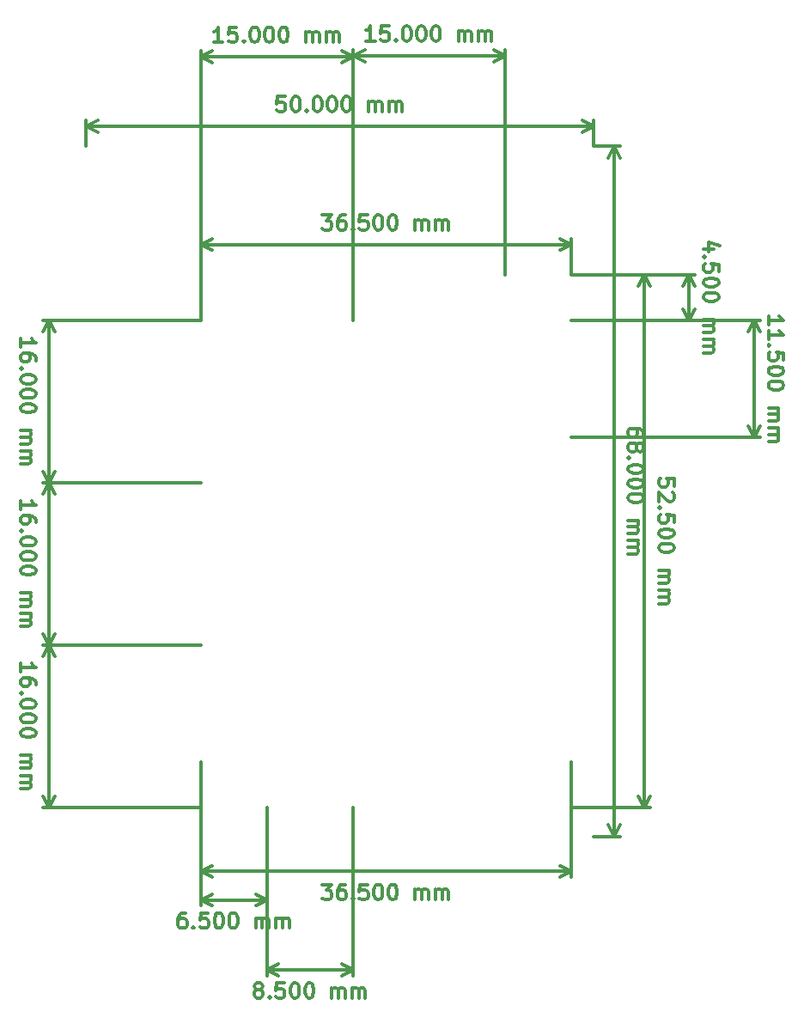
<source format=gbr>
G04 #@! TF.GenerationSoftware,KiCad,Pcbnew,5.0.2+dfsg1-1*
G04 #@! TF.CreationDate,2021-10-12T12:34:50+05:30*
G04 #@! TF.ProjectId,KEYBORD_PCB_V1,4b455942-4f52-4445-9f50-43425f56312e,rev?*
G04 #@! TF.SameCoordinates,Original*
G04 #@! TF.FileFunction,Other,ECO1*
%FSLAX46Y46*%
G04 Gerber Fmt 4.6, Leading zero omitted, Abs format (unit mm)*
G04 Created by KiCad (PCBNEW 5.0.2+dfsg1-1) date Tue 12 Oct 2021 12:34:50 PM IST*
%MOMM*%
%LPD*%
G01*
G04 APERTURE LIST*
%ADD10C,0.300000*%
G04 APERTURE END LIST*
D10*
X94142857Y-25978571D02*
X93285714Y-25978571D01*
X93714285Y-25978571D02*
X93714285Y-24478571D01*
X93571428Y-24692857D01*
X93428571Y-24835714D01*
X93285714Y-24907142D01*
X95500000Y-24478571D02*
X94785714Y-24478571D01*
X94714285Y-25192857D01*
X94785714Y-25121428D01*
X94928571Y-25050000D01*
X95285714Y-25050000D01*
X95428571Y-25121428D01*
X95500000Y-25192857D01*
X95571428Y-25335714D01*
X95571428Y-25692857D01*
X95500000Y-25835714D01*
X95428571Y-25907142D01*
X95285714Y-25978571D01*
X94928571Y-25978571D01*
X94785714Y-25907142D01*
X94714285Y-25835714D01*
X96214285Y-25835714D02*
X96285714Y-25907142D01*
X96214285Y-25978571D01*
X96142857Y-25907142D01*
X96214285Y-25835714D01*
X96214285Y-25978571D01*
X97214285Y-24478571D02*
X97357142Y-24478571D01*
X97500000Y-24550000D01*
X97571428Y-24621428D01*
X97642857Y-24764285D01*
X97714285Y-25050000D01*
X97714285Y-25407142D01*
X97642857Y-25692857D01*
X97571428Y-25835714D01*
X97500000Y-25907142D01*
X97357142Y-25978571D01*
X97214285Y-25978571D01*
X97071428Y-25907142D01*
X97000000Y-25835714D01*
X96928571Y-25692857D01*
X96857142Y-25407142D01*
X96857142Y-25050000D01*
X96928571Y-24764285D01*
X97000000Y-24621428D01*
X97071428Y-24550000D01*
X97214285Y-24478571D01*
X98642857Y-24478571D02*
X98785714Y-24478571D01*
X98928571Y-24550000D01*
X99000000Y-24621428D01*
X99071428Y-24764285D01*
X99142857Y-25050000D01*
X99142857Y-25407142D01*
X99071428Y-25692857D01*
X99000000Y-25835714D01*
X98928571Y-25907142D01*
X98785714Y-25978571D01*
X98642857Y-25978571D01*
X98500000Y-25907142D01*
X98428571Y-25835714D01*
X98357142Y-25692857D01*
X98285714Y-25407142D01*
X98285714Y-25050000D01*
X98357142Y-24764285D01*
X98428571Y-24621428D01*
X98500000Y-24550000D01*
X98642857Y-24478571D01*
X100071428Y-24478571D02*
X100214285Y-24478571D01*
X100357142Y-24550000D01*
X100428571Y-24621428D01*
X100500000Y-24764285D01*
X100571428Y-25050000D01*
X100571428Y-25407142D01*
X100500000Y-25692857D01*
X100428571Y-25835714D01*
X100357142Y-25907142D01*
X100214285Y-25978571D01*
X100071428Y-25978571D01*
X99928571Y-25907142D01*
X99857142Y-25835714D01*
X99785714Y-25692857D01*
X99714285Y-25407142D01*
X99714285Y-25050000D01*
X99785714Y-24764285D01*
X99857142Y-24621428D01*
X99928571Y-24550000D01*
X100071428Y-24478571D01*
X102357142Y-25978571D02*
X102357142Y-24978571D01*
X102357142Y-25121428D02*
X102428571Y-25050000D01*
X102571428Y-24978571D01*
X102785714Y-24978571D01*
X102928571Y-25050000D01*
X103000000Y-25192857D01*
X103000000Y-25978571D01*
X103000000Y-25192857D02*
X103071428Y-25050000D01*
X103214285Y-24978571D01*
X103428571Y-24978571D01*
X103571428Y-25050000D01*
X103642857Y-25192857D01*
X103642857Y-25978571D01*
X104357142Y-25978571D02*
X104357142Y-24978571D01*
X104357142Y-25121428D02*
X104428571Y-25050000D01*
X104571428Y-24978571D01*
X104785714Y-24978571D01*
X104928571Y-25050000D01*
X105000000Y-25192857D01*
X105000000Y-25978571D01*
X105000000Y-25192857D02*
X105071428Y-25050000D01*
X105214285Y-24978571D01*
X105428571Y-24978571D01*
X105571428Y-25050000D01*
X105642857Y-25192857D01*
X105642857Y-25978571D01*
X92000000Y-27400000D02*
X107000000Y-27400000D01*
X92000000Y-49000000D02*
X92000000Y-26813579D01*
X107000000Y-49000000D02*
X107000000Y-26813579D01*
X107000000Y-27400000D02*
X105873496Y-27986421D01*
X107000000Y-27400000D02*
X105873496Y-26813579D01*
X92000000Y-27400000D02*
X93126504Y-27986421D01*
X92000000Y-27400000D02*
X93126504Y-26813579D01*
X59221428Y-88142857D02*
X59221428Y-87285714D01*
X59221428Y-87714285D02*
X60721428Y-87714285D01*
X60507142Y-87571428D01*
X60364285Y-87428571D01*
X60292857Y-87285714D01*
X60721428Y-89428571D02*
X60721428Y-89142857D01*
X60650000Y-89000000D01*
X60578571Y-88928571D01*
X60364285Y-88785714D01*
X60078571Y-88714285D01*
X59507142Y-88714285D01*
X59364285Y-88785714D01*
X59292857Y-88857142D01*
X59221428Y-89000000D01*
X59221428Y-89285714D01*
X59292857Y-89428571D01*
X59364285Y-89500000D01*
X59507142Y-89571428D01*
X59864285Y-89571428D01*
X60007142Y-89500000D01*
X60078571Y-89428571D01*
X60150000Y-89285714D01*
X60150000Y-89000000D01*
X60078571Y-88857142D01*
X60007142Y-88785714D01*
X59864285Y-88714285D01*
X59364285Y-90214285D02*
X59292857Y-90285714D01*
X59221428Y-90214285D01*
X59292857Y-90142857D01*
X59364285Y-90214285D01*
X59221428Y-90214285D01*
X60721428Y-91214285D02*
X60721428Y-91357142D01*
X60650000Y-91500000D01*
X60578571Y-91571428D01*
X60435714Y-91642857D01*
X60150000Y-91714285D01*
X59792857Y-91714285D01*
X59507142Y-91642857D01*
X59364285Y-91571428D01*
X59292857Y-91500000D01*
X59221428Y-91357142D01*
X59221428Y-91214285D01*
X59292857Y-91071428D01*
X59364285Y-91000000D01*
X59507142Y-90928571D01*
X59792857Y-90857142D01*
X60150000Y-90857142D01*
X60435714Y-90928571D01*
X60578571Y-91000000D01*
X60650000Y-91071428D01*
X60721428Y-91214285D01*
X60721428Y-92642857D02*
X60721428Y-92785714D01*
X60650000Y-92928571D01*
X60578571Y-93000000D01*
X60435714Y-93071428D01*
X60150000Y-93142857D01*
X59792857Y-93142857D01*
X59507142Y-93071428D01*
X59364285Y-93000000D01*
X59292857Y-92928571D01*
X59221428Y-92785714D01*
X59221428Y-92642857D01*
X59292857Y-92500000D01*
X59364285Y-92428571D01*
X59507142Y-92357142D01*
X59792857Y-92285714D01*
X60150000Y-92285714D01*
X60435714Y-92357142D01*
X60578571Y-92428571D01*
X60650000Y-92500000D01*
X60721428Y-92642857D01*
X60721428Y-94071428D02*
X60721428Y-94214285D01*
X60650000Y-94357142D01*
X60578571Y-94428571D01*
X60435714Y-94500000D01*
X60150000Y-94571428D01*
X59792857Y-94571428D01*
X59507142Y-94500000D01*
X59364285Y-94428571D01*
X59292857Y-94357142D01*
X59221428Y-94214285D01*
X59221428Y-94071428D01*
X59292857Y-93928571D01*
X59364285Y-93857142D01*
X59507142Y-93785714D01*
X59792857Y-93714285D01*
X60150000Y-93714285D01*
X60435714Y-93785714D01*
X60578571Y-93857142D01*
X60650000Y-93928571D01*
X60721428Y-94071428D01*
X59221428Y-96357142D02*
X60221428Y-96357142D01*
X60078571Y-96357142D02*
X60150000Y-96428571D01*
X60221428Y-96571428D01*
X60221428Y-96785714D01*
X60150000Y-96928571D01*
X60007142Y-97000000D01*
X59221428Y-97000000D01*
X60007142Y-97000000D02*
X60150000Y-97071428D01*
X60221428Y-97214285D01*
X60221428Y-97428571D01*
X60150000Y-97571428D01*
X60007142Y-97642857D01*
X59221428Y-97642857D01*
X59221428Y-98357142D02*
X60221428Y-98357142D01*
X60078571Y-98357142D02*
X60150000Y-98428571D01*
X60221428Y-98571428D01*
X60221428Y-98785714D01*
X60150000Y-98928571D01*
X60007142Y-99000000D01*
X59221428Y-99000000D01*
X60007142Y-99000000D02*
X60150000Y-99071428D01*
X60221428Y-99214285D01*
X60221428Y-99428571D01*
X60150000Y-99571428D01*
X60007142Y-99642857D01*
X59221428Y-99642857D01*
X62000000Y-85500000D02*
X62000000Y-101500000D01*
X77000000Y-85500000D02*
X61413579Y-85500000D01*
X77000000Y-101500000D02*
X61413579Y-101500000D01*
X62000000Y-101500000D02*
X61413579Y-100373496D01*
X62000000Y-101500000D02*
X62586421Y-100373496D01*
X62000000Y-85500000D02*
X61413579Y-86626504D01*
X62000000Y-85500000D02*
X62586421Y-86626504D01*
X59221428Y-72142857D02*
X59221428Y-71285714D01*
X59221428Y-71714285D02*
X60721428Y-71714285D01*
X60507142Y-71571428D01*
X60364285Y-71428571D01*
X60292857Y-71285714D01*
X60721428Y-73428571D02*
X60721428Y-73142857D01*
X60650000Y-73000000D01*
X60578571Y-72928571D01*
X60364285Y-72785714D01*
X60078571Y-72714285D01*
X59507142Y-72714285D01*
X59364285Y-72785714D01*
X59292857Y-72857142D01*
X59221428Y-73000000D01*
X59221428Y-73285714D01*
X59292857Y-73428571D01*
X59364285Y-73500000D01*
X59507142Y-73571428D01*
X59864285Y-73571428D01*
X60007142Y-73500000D01*
X60078571Y-73428571D01*
X60150000Y-73285714D01*
X60150000Y-73000000D01*
X60078571Y-72857142D01*
X60007142Y-72785714D01*
X59864285Y-72714285D01*
X59364285Y-74214285D02*
X59292857Y-74285714D01*
X59221428Y-74214285D01*
X59292857Y-74142857D01*
X59364285Y-74214285D01*
X59221428Y-74214285D01*
X60721428Y-75214285D02*
X60721428Y-75357142D01*
X60650000Y-75500000D01*
X60578571Y-75571428D01*
X60435714Y-75642857D01*
X60150000Y-75714285D01*
X59792857Y-75714285D01*
X59507142Y-75642857D01*
X59364285Y-75571428D01*
X59292857Y-75500000D01*
X59221428Y-75357142D01*
X59221428Y-75214285D01*
X59292857Y-75071428D01*
X59364285Y-75000000D01*
X59507142Y-74928571D01*
X59792857Y-74857142D01*
X60150000Y-74857142D01*
X60435714Y-74928571D01*
X60578571Y-75000000D01*
X60650000Y-75071428D01*
X60721428Y-75214285D01*
X60721428Y-76642857D02*
X60721428Y-76785714D01*
X60650000Y-76928571D01*
X60578571Y-77000000D01*
X60435714Y-77071428D01*
X60150000Y-77142857D01*
X59792857Y-77142857D01*
X59507142Y-77071428D01*
X59364285Y-77000000D01*
X59292857Y-76928571D01*
X59221428Y-76785714D01*
X59221428Y-76642857D01*
X59292857Y-76500000D01*
X59364285Y-76428571D01*
X59507142Y-76357142D01*
X59792857Y-76285714D01*
X60150000Y-76285714D01*
X60435714Y-76357142D01*
X60578571Y-76428571D01*
X60650000Y-76500000D01*
X60721428Y-76642857D01*
X60721428Y-78071428D02*
X60721428Y-78214285D01*
X60650000Y-78357142D01*
X60578571Y-78428571D01*
X60435714Y-78500000D01*
X60150000Y-78571428D01*
X59792857Y-78571428D01*
X59507142Y-78500000D01*
X59364285Y-78428571D01*
X59292857Y-78357142D01*
X59221428Y-78214285D01*
X59221428Y-78071428D01*
X59292857Y-77928571D01*
X59364285Y-77857142D01*
X59507142Y-77785714D01*
X59792857Y-77714285D01*
X60150000Y-77714285D01*
X60435714Y-77785714D01*
X60578571Y-77857142D01*
X60650000Y-77928571D01*
X60721428Y-78071428D01*
X59221428Y-80357142D02*
X60221428Y-80357142D01*
X60078571Y-80357142D02*
X60150000Y-80428571D01*
X60221428Y-80571428D01*
X60221428Y-80785714D01*
X60150000Y-80928571D01*
X60007142Y-81000000D01*
X59221428Y-81000000D01*
X60007142Y-81000000D02*
X60150000Y-81071428D01*
X60221428Y-81214285D01*
X60221428Y-81428571D01*
X60150000Y-81571428D01*
X60007142Y-81642857D01*
X59221428Y-81642857D01*
X59221428Y-82357142D02*
X60221428Y-82357142D01*
X60078571Y-82357142D02*
X60150000Y-82428571D01*
X60221428Y-82571428D01*
X60221428Y-82785714D01*
X60150000Y-82928571D01*
X60007142Y-83000000D01*
X59221428Y-83000000D01*
X60007142Y-83000000D02*
X60150000Y-83071428D01*
X60221428Y-83214285D01*
X60221428Y-83428571D01*
X60150000Y-83571428D01*
X60007142Y-83642857D01*
X59221428Y-83642857D01*
X62000000Y-69500000D02*
X62000000Y-85500000D01*
X77000000Y-69500000D02*
X61413579Y-69500000D01*
X77000000Y-85500000D02*
X61413579Y-85500000D01*
X62000000Y-85500000D02*
X61413579Y-84373496D01*
X62000000Y-85500000D02*
X62586421Y-84373496D01*
X62000000Y-69500000D02*
X61413579Y-70626504D01*
X62000000Y-69500000D02*
X62586421Y-70626504D01*
X59221428Y-56142857D02*
X59221428Y-55285714D01*
X59221428Y-55714285D02*
X60721428Y-55714285D01*
X60507142Y-55571428D01*
X60364285Y-55428571D01*
X60292857Y-55285714D01*
X60721428Y-57428571D02*
X60721428Y-57142857D01*
X60650000Y-57000000D01*
X60578571Y-56928571D01*
X60364285Y-56785714D01*
X60078571Y-56714285D01*
X59507142Y-56714285D01*
X59364285Y-56785714D01*
X59292857Y-56857142D01*
X59221428Y-57000000D01*
X59221428Y-57285714D01*
X59292857Y-57428571D01*
X59364285Y-57500000D01*
X59507142Y-57571428D01*
X59864285Y-57571428D01*
X60007142Y-57500000D01*
X60078571Y-57428571D01*
X60150000Y-57285714D01*
X60150000Y-57000000D01*
X60078571Y-56857142D01*
X60007142Y-56785714D01*
X59864285Y-56714285D01*
X59364285Y-58214285D02*
X59292857Y-58285714D01*
X59221428Y-58214285D01*
X59292857Y-58142857D01*
X59364285Y-58214285D01*
X59221428Y-58214285D01*
X60721428Y-59214285D02*
X60721428Y-59357142D01*
X60650000Y-59500000D01*
X60578571Y-59571428D01*
X60435714Y-59642857D01*
X60150000Y-59714285D01*
X59792857Y-59714285D01*
X59507142Y-59642857D01*
X59364285Y-59571428D01*
X59292857Y-59500000D01*
X59221428Y-59357142D01*
X59221428Y-59214285D01*
X59292857Y-59071428D01*
X59364285Y-59000000D01*
X59507142Y-58928571D01*
X59792857Y-58857142D01*
X60150000Y-58857142D01*
X60435714Y-58928571D01*
X60578571Y-59000000D01*
X60650000Y-59071428D01*
X60721428Y-59214285D01*
X60721428Y-60642857D02*
X60721428Y-60785714D01*
X60650000Y-60928571D01*
X60578571Y-61000000D01*
X60435714Y-61071428D01*
X60150000Y-61142857D01*
X59792857Y-61142857D01*
X59507142Y-61071428D01*
X59364285Y-61000000D01*
X59292857Y-60928571D01*
X59221428Y-60785714D01*
X59221428Y-60642857D01*
X59292857Y-60500000D01*
X59364285Y-60428571D01*
X59507142Y-60357142D01*
X59792857Y-60285714D01*
X60150000Y-60285714D01*
X60435714Y-60357142D01*
X60578571Y-60428571D01*
X60650000Y-60500000D01*
X60721428Y-60642857D01*
X60721428Y-62071428D02*
X60721428Y-62214285D01*
X60650000Y-62357142D01*
X60578571Y-62428571D01*
X60435714Y-62500000D01*
X60150000Y-62571428D01*
X59792857Y-62571428D01*
X59507142Y-62500000D01*
X59364285Y-62428571D01*
X59292857Y-62357142D01*
X59221428Y-62214285D01*
X59221428Y-62071428D01*
X59292857Y-61928571D01*
X59364285Y-61857142D01*
X59507142Y-61785714D01*
X59792857Y-61714285D01*
X60150000Y-61714285D01*
X60435714Y-61785714D01*
X60578571Y-61857142D01*
X60650000Y-61928571D01*
X60721428Y-62071428D01*
X59221428Y-64357142D02*
X60221428Y-64357142D01*
X60078571Y-64357142D02*
X60150000Y-64428571D01*
X60221428Y-64571428D01*
X60221428Y-64785714D01*
X60150000Y-64928571D01*
X60007142Y-65000000D01*
X59221428Y-65000000D01*
X60007142Y-65000000D02*
X60150000Y-65071428D01*
X60221428Y-65214285D01*
X60221428Y-65428571D01*
X60150000Y-65571428D01*
X60007142Y-65642857D01*
X59221428Y-65642857D01*
X59221428Y-66357142D02*
X60221428Y-66357142D01*
X60078571Y-66357142D02*
X60150000Y-66428571D01*
X60221428Y-66571428D01*
X60221428Y-66785714D01*
X60150000Y-66928571D01*
X60007142Y-67000000D01*
X59221428Y-67000000D01*
X60007142Y-67000000D02*
X60150000Y-67071428D01*
X60221428Y-67214285D01*
X60221428Y-67428571D01*
X60150000Y-67571428D01*
X60007142Y-67642857D01*
X59221428Y-67642857D01*
X62000000Y-53500000D02*
X62000000Y-69500000D01*
X77000000Y-53500000D02*
X61413579Y-53500000D01*
X77000000Y-69500000D02*
X61413579Y-69500000D01*
X62000000Y-69500000D02*
X61413579Y-68373496D01*
X62000000Y-69500000D02*
X62586421Y-68373496D01*
X62000000Y-53500000D02*
X61413579Y-54626504D01*
X62000000Y-53500000D02*
X62586421Y-54626504D01*
X79142857Y-26078571D02*
X78285714Y-26078571D01*
X78714285Y-26078571D02*
X78714285Y-24578571D01*
X78571428Y-24792857D01*
X78428571Y-24935714D01*
X78285714Y-25007142D01*
X80500000Y-24578571D02*
X79785714Y-24578571D01*
X79714285Y-25292857D01*
X79785714Y-25221428D01*
X79928571Y-25150000D01*
X80285714Y-25150000D01*
X80428571Y-25221428D01*
X80500000Y-25292857D01*
X80571428Y-25435714D01*
X80571428Y-25792857D01*
X80500000Y-25935714D01*
X80428571Y-26007142D01*
X80285714Y-26078571D01*
X79928571Y-26078571D01*
X79785714Y-26007142D01*
X79714285Y-25935714D01*
X81214285Y-25935714D02*
X81285714Y-26007142D01*
X81214285Y-26078571D01*
X81142857Y-26007142D01*
X81214285Y-25935714D01*
X81214285Y-26078571D01*
X82214285Y-24578571D02*
X82357142Y-24578571D01*
X82500000Y-24650000D01*
X82571428Y-24721428D01*
X82642857Y-24864285D01*
X82714285Y-25150000D01*
X82714285Y-25507142D01*
X82642857Y-25792857D01*
X82571428Y-25935714D01*
X82500000Y-26007142D01*
X82357142Y-26078571D01*
X82214285Y-26078571D01*
X82071428Y-26007142D01*
X82000000Y-25935714D01*
X81928571Y-25792857D01*
X81857142Y-25507142D01*
X81857142Y-25150000D01*
X81928571Y-24864285D01*
X82000000Y-24721428D01*
X82071428Y-24650000D01*
X82214285Y-24578571D01*
X83642857Y-24578571D02*
X83785714Y-24578571D01*
X83928571Y-24650000D01*
X84000000Y-24721428D01*
X84071428Y-24864285D01*
X84142857Y-25150000D01*
X84142857Y-25507142D01*
X84071428Y-25792857D01*
X84000000Y-25935714D01*
X83928571Y-26007142D01*
X83785714Y-26078571D01*
X83642857Y-26078571D01*
X83500000Y-26007142D01*
X83428571Y-25935714D01*
X83357142Y-25792857D01*
X83285714Y-25507142D01*
X83285714Y-25150000D01*
X83357142Y-24864285D01*
X83428571Y-24721428D01*
X83500000Y-24650000D01*
X83642857Y-24578571D01*
X85071428Y-24578571D02*
X85214285Y-24578571D01*
X85357142Y-24650000D01*
X85428571Y-24721428D01*
X85500000Y-24864285D01*
X85571428Y-25150000D01*
X85571428Y-25507142D01*
X85500000Y-25792857D01*
X85428571Y-25935714D01*
X85357142Y-26007142D01*
X85214285Y-26078571D01*
X85071428Y-26078571D01*
X84928571Y-26007142D01*
X84857142Y-25935714D01*
X84785714Y-25792857D01*
X84714285Y-25507142D01*
X84714285Y-25150000D01*
X84785714Y-24864285D01*
X84857142Y-24721428D01*
X84928571Y-24650000D01*
X85071428Y-24578571D01*
X87357142Y-26078571D02*
X87357142Y-25078571D01*
X87357142Y-25221428D02*
X87428571Y-25150000D01*
X87571428Y-25078571D01*
X87785714Y-25078571D01*
X87928571Y-25150000D01*
X88000000Y-25292857D01*
X88000000Y-26078571D01*
X88000000Y-25292857D02*
X88071428Y-25150000D01*
X88214285Y-25078571D01*
X88428571Y-25078571D01*
X88571428Y-25150000D01*
X88642857Y-25292857D01*
X88642857Y-26078571D01*
X89357142Y-26078571D02*
X89357142Y-25078571D01*
X89357142Y-25221428D02*
X89428571Y-25150000D01*
X89571428Y-25078571D01*
X89785714Y-25078571D01*
X89928571Y-25150000D01*
X90000000Y-25292857D01*
X90000000Y-26078571D01*
X90000000Y-25292857D02*
X90071428Y-25150000D01*
X90214285Y-25078571D01*
X90428571Y-25078571D01*
X90571428Y-25150000D01*
X90642857Y-25292857D01*
X90642857Y-26078571D01*
X77000000Y-27500000D02*
X92000000Y-27500000D01*
X77000000Y-53500000D02*
X77000000Y-26913579D01*
X92000000Y-53500000D02*
X92000000Y-26913579D01*
X92000000Y-27500000D02*
X90873496Y-28086421D01*
X92000000Y-27500000D02*
X90873496Y-26913579D01*
X77000000Y-27500000D02*
X78126504Y-28086421D01*
X77000000Y-27500000D02*
X78126504Y-26913579D01*
X132921428Y-53892857D02*
X132921428Y-53035714D01*
X132921428Y-53464285D02*
X134421428Y-53464285D01*
X134207142Y-53321428D01*
X134064285Y-53178571D01*
X133992857Y-53035714D01*
X132921428Y-55321428D02*
X132921428Y-54464285D01*
X132921428Y-54892857D02*
X134421428Y-54892857D01*
X134207142Y-54750000D01*
X134064285Y-54607142D01*
X133992857Y-54464285D01*
X133064285Y-55964285D02*
X132992857Y-56035714D01*
X132921428Y-55964285D01*
X132992857Y-55892857D01*
X133064285Y-55964285D01*
X132921428Y-55964285D01*
X134421428Y-57392857D02*
X134421428Y-56678571D01*
X133707142Y-56607142D01*
X133778571Y-56678571D01*
X133850000Y-56821428D01*
X133850000Y-57178571D01*
X133778571Y-57321428D01*
X133707142Y-57392857D01*
X133564285Y-57464285D01*
X133207142Y-57464285D01*
X133064285Y-57392857D01*
X132992857Y-57321428D01*
X132921428Y-57178571D01*
X132921428Y-56821428D01*
X132992857Y-56678571D01*
X133064285Y-56607142D01*
X134421428Y-58392857D02*
X134421428Y-58535714D01*
X134350000Y-58678571D01*
X134278571Y-58750000D01*
X134135714Y-58821428D01*
X133850000Y-58892857D01*
X133492857Y-58892857D01*
X133207142Y-58821428D01*
X133064285Y-58750000D01*
X132992857Y-58678571D01*
X132921428Y-58535714D01*
X132921428Y-58392857D01*
X132992857Y-58250000D01*
X133064285Y-58178571D01*
X133207142Y-58107142D01*
X133492857Y-58035714D01*
X133850000Y-58035714D01*
X134135714Y-58107142D01*
X134278571Y-58178571D01*
X134350000Y-58250000D01*
X134421428Y-58392857D01*
X134421428Y-59821428D02*
X134421428Y-59964285D01*
X134350000Y-60107142D01*
X134278571Y-60178571D01*
X134135714Y-60250000D01*
X133850000Y-60321428D01*
X133492857Y-60321428D01*
X133207142Y-60250000D01*
X133064285Y-60178571D01*
X132992857Y-60107142D01*
X132921428Y-59964285D01*
X132921428Y-59821428D01*
X132992857Y-59678571D01*
X133064285Y-59607142D01*
X133207142Y-59535714D01*
X133492857Y-59464285D01*
X133850000Y-59464285D01*
X134135714Y-59535714D01*
X134278571Y-59607142D01*
X134350000Y-59678571D01*
X134421428Y-59821428D01*
X132921428Y-62107142D02*
X133921428Y-62107142D01*
X133778571Y-62107142D02*
X133850000Y-62178571D01*
X133921428Y-62321428D01*
X133921428Y-62535714D01*
X133850000Y-62678571D01*
X133707142Y-62750000D01*
X132921428Y-62750000D01*
X133707142Y-62750000D02*
X133850000Y-62821428D01*
X133921428Y-62964285D01*
X133921428Y-63178571D01*
X133850000Y-63321428D01*
X133707142Y-63392857D01*
X132921428Y-63392857D01*
X132921428Y-64107142D02*
X133921428Y-64107142D01*
X133778571Y-64107142D02*
X133850000Y-64178571D01*
X133921428Y-64321428D01*
X133921428Y-64535714D01*
X133850000Y-64678571D01*
X133707142Y-64750000D01*
X132921428Y-64750000D01*
X133707142Y-64750000D02*
X133850000Y-64821428D01*
X133921428Y-64964285D01*
X133921428Y-65178571D01*
X133850000Y-65321428D01*
X133707142Y-65392857D01*
X132921428Y-65392857D01*
X131500000Y-53500000D02*
X131500000Y-65000000D01*
X113500000Y-53500000D02*
X132086421Y-53500000D01*
X113500000Y-65000000D02*
X132086421Y-65000000D01*
X131500000Y-65000000D02*
X130913579Y-63873496D01*
X131500000Y-65000000D02*
X132086421Y-63873496D01*
X131500000Y-53500000D02*
X130913579Y-54626504D01*
X131500000Y-53500000D02*
X132086421Y-54626504D01*
X127521428Y-46464285D02*
X126521428Y-46464285D01*
X128092857Y-46107142D02*
X127021428Y-45750000D01*
X127021428Y-46678571D01*
X126664285Y-47250000D02*
X126592857Y-47321428D01*
X126521428Y-47250000D01*
X126592857Y-47178571D01*
X126664285Y-47250000D01*
X126521428Y-47250000D01*
X128021428Y-48678571D02*
X128021428Y-47964285D01*
X127307142Y-47892857D01*
X127378571Y-47964285D01*
X127450000Y-48107142D01*
X127450000Y-48464285D01*
X127378571Y-48607142D01*
X127307142Y-48678571D01*
X127164285Y-48750000D01*
X126807142Y-48750000D01*
X126664285Y-48678571D01*
X126592857Y-48607142D01*
X126521428Y-48464285D01*
X126521428Y-48107142D01*
X126592857Y-47964285D01*
X126664285Y-47892857D01*
X128021428Y-49678571D02*
X128021428Y-49821428D01*
X127950000Y-49964285D01*
X127878571Y-50035714D01*
X127735714Y-50107142D01*
X127450000Y-50178571D01*
X127092857Y-50178571D01*
X126807142Y-50107142D01*
X126664285Y-50035714D01*
X126592857Y-49964285D01*
X126521428Y-49821428D01*
X126521428Y-49678571D01*
X126592857Y-49535714D01*
X126664285Y-49464285D01*
X126807142Y-49392857D01*
X127092857Y-49321428D01*
X127450000Y-49321428D01*
X127735714Y-49392857D01*
X127878571Y-49464285D01*
X127950000Y-49535714D01*
X128021428Y-49678571D01*
X128021428Y-51107142D02*
X128021428Y-51250000D01*
X127950000Y-51392857D01*
X127878571Y-51464285D01*
X127735714Y-51535714D01*
X127450000Y-51607142D01*
X127092857Y-51607142D01*
X126807142Y-51535714D01*
X126664285Y-51464285D01*
X126592857Y-51392857D01*
X126521428Y-51250000D01*
X126521428Y-51107142D01*
X126592857Y-50964285D01*
X126664285Y-50892857D01*
X126807142Y-50821428D01*
X127092857Y-50750000D01*
X127450000Y-50750000D01*
X127735714Y-50821428D01*
X127878571Y-50892857D01*
X127950000Y-50964285D01*
X128021428Y-51107142D01*
X126521428Y-53392857D02*
X127521428Y-53392857D01*
X127378571Y-53392857D02*
X127450000Y-53464285D01*
X127521428Y-53607142D01*
X127521428Y-53821428D01*
X127450000Y-53964285D01*
X127307142Y-54035714D01*
X126521428Y-54035714D01*
X127307142Y-54035714D02*
X127450000Y-54107142D01*
X127521428Y-54250000D01*
X127521428Y-54464285D01*
X127450000Y-54607142D01*
X127307142Y-54678571D01*
X126521428Y-54678571D01*
X126521428Y-55392857D02*
X127521428Y-55392857D01*
X127378571Y-55392857D02*
X127450000Y-55464285D01*
X127521428Y-55607142D01*
X127521428Y-55821428D01*
X127450000Y-55964285D01*
X127307142Y-56035714D01*
X126521428Y-56035714D01*
X127307142Y-56035714D02*
X127450000Y-56107142D01*
X127521428Y-56250000D01*
X127521428Y-56464285D01*
X127450000Y-56607142D01*
X127307142Y-56678571D01*
X126521428Y-56678571D01*
X125100000Y-49000000D02*
X125100000Y-53500000D01*
X113500000Y-49000000D02*
X125686421Y-49000000D01*
X113500000Y-53500000D02*
X125686421Y-53500000D01*
X125100000Y-53500000D02*
X124513579Y-52373496D01*
X125100000Y-53500000D02*
X125686421Y-52373496D01*
X125100000Y-49000000D02*
X124513579Y-50126504D01*
X125100000Y-49000000D02*
X125686421Y-50126504D01*
X123621428Y-69821428D02*
X123621428Y-69107142D01*
X122907142Y-69035714D01*
X122978571Y-69107142D01*
X123050000Y-69250000D01*
X123050000Y-69607142D01*
X122978571Y-69750000D01*
X122907142Y-69821428D01*
X122764285Y-69892857D01*
X122407142Y-69892857D01*
X122264285Y-69821428D01*
X122192857Y-69750000D01*
X122121428Y-69607142D01*
X122121428Y-69250000D01*
X122192857Y-69107142D01*
X122264285Y-69035714D01*
X123478571Y-70464285D02*
X123550000Y-70535714D01*
X123621428Y-70678571D01*
X123621428Y-71035714D01*
X123550000Y-71178571D01*
X123478571Y-71250000D01*
X123335714Y-71321428D01*
X123192857Y-71321428D01*
X122978571Y-71250000D01*
X122121428Y-70392857D01*
X122121428Y-71321428D01*
X122264285Y-71964285D02*
X122192857Y-72035714D01*
X122121428Y-71964285D01*
X122192857Y-71892857D01*
X122264285Y-71964285D01*
X122121428Y-71964285D01*
X123621428Y-73392857D02*
X123621428Y-72678571D01*
X122907142Y-72607142D01*
X122978571Y-72678571D01*
X123050000Y-72821428D01*
X123050000Y-73178571D01*
X122978571Y-73321428D01*
X122907142Y-73392857D01*
X122764285Y-73464285D01*
X122407142Y-73464285D01*
X122264285Y-73392857D01*
X122192857Y-73321428D01*
X122121428Y-73178571D01*
X122121428Y-72821428D01*
X122192857Y-72678571D01*
X122264285Y-72607142D01*
X123621428Y-74392857D02*
X123621428Y-74535714D01*
X123550000Y-74678571D01*
X123478571Y-74750000D01*
X123335714Y-74821428D01*
X123050000Y-74892857D01*
X122692857Y-74892857D01*
X122407142Y-74821428D01*
X122264285Y-74750000D01*
X122192857Y-74678571D01*
X122121428Y-74535714D01*
X122121428Y-74392857D01*
X122192857Y-74250000D01*
X122264285Y-74178571D01*
X122407142Y-74107142D01*
X122692857Y-74035714D01*
X123050000Y-74035714D01*
X123335714Y-74107142D01*
X123478571Y-74178571D01*
X123550000Y-74250000D01*
X123621428Y-74392857D01*
X123621428Y-75821428D02*
X123621428Y-75964285D01*
X123550000Y-76107142D01*
X123478571Y-76178571D01*
X123335714Y-76250000D01*
X123050000Y-76321428D01*
X122692857Y-76321428D01*
X122407142Y-76250000D01*
X122264285Y-76178571D01*
X122192857Y-76107142D01*
X122121428Y-75964285D01*
X122121428Y-75821428D01*
X122192857Y-75678571D01*
X122264285Y-75607142D01*
X122407142Y-75535714D01*
X122692857Y-75464285D01*
X123050000Y-75464285D01*
X123335714Y-75535714D01*
X123478571Y-75607142D01*
X123550000Y-75678571D01*
X123621428Y-75821428D01*
X122121428Y-78107142D02*
X123121428Y-78107142D01*
X122978571Y-78107142D02*
X123050000Y-78178571D01*
X123121428Y-78321428D01*
X123121428Y-78535714D01*
X123050000Y-78678571D01*
X122907142Y-78750000D01*
X122121428Y-78750000D01*
X122907142Y-78750000D02*
X123050000Y-78821428D01*
X123121428Y-78964285D01*
X123121428Y-79178571D01*
X123050000Y-79321428D01*
X122907142Y-79392857D01*
X122121428Y-79392857D01*
X122121428Y-80107142D02*
X123121428Y-80107142D01*
X122978571Y-80107142D02*
X123050000Y-80178571D01*
X123121428Y-80321428D01*
X123121428Y-80535714D01*
X123050000Y-80678571D01*
X122907142Y-80750000D01*
X122121428Y-80750000D01*
X122907142Y-80750000D02*
X123050000Y-80821428D01*
X123121428Y-80964285D01*
X123121428Y-81178571D01*
X123050000Y-81321428D01*
X122907142Y-81392857D01*
X122121428Y-81392857D01*
X120700000Y-49000000D02*
X120700000Y-101500000D01*
X113500000Y-49000000D02*
X121286421Y-49000000D01*
X113500000Y-101500000D02*
X121286421Y-101500000D01*
X120700000Y-101500000D02*
X120113579Y-100373496D01*
X120700000Y-101500000D02*
X121286421Y-100373496D01*
X120700000Y-49000000D02*
X120113579Y-50126504D01*
X120700000Y-49000000D02*
X121286421Y-50126504D01*
X82535714Y-119421428D02*
X82392857Y-119350000D01*
X82321428Y-119278571D01*
X82250000Y-119135714D01*
X82250000Y-119064285D01*
X82321428Y-118921428D01*
X82392857Y-118850000D01*
X82535714Y-118778571D01*
X82821428Y-118778571D01*
X82964285Y-118850000D01*
X83035714Y-118921428D01*
X83107142Y-119064285D01*
X83107142Y-119135714D01*
X83035714Y-119278571D01*
X82964285Y-119350000D01*
X82821428Y-119421428D01*
X82535714Y-119421428D01*
X82392857Y-119492857D01*
X82321428Y-119564285D01*
X82250000Y-119707142D01*
X82250000Y-119992857D01*
X82321428Y-120135714D01*
X82392857Y-120207142D01*
X82535714Y-120278571D01*
X82821428Y-120278571D01*
X82964285Y-120207142D01*
X83035714Y-120135714D01*
X83107142Y-119992857D01*
X83107142Y-119707142D01*
X83035714Y-119564285D01*
X82964285Y-119492857D01*
X82821428Y-119421428D01*
X83750000Y-120135714D02*
X83821428Y-120207142D01*
X83750000Y-120278571D01*
X83678571Y-120207142D01*
X83750000Y-120135714D01*
X83750000Y-120278571D01*
X85178571Y-118778571D02*
X84464285Y-118778571D01*
X84392857Y-119492857D01*
X84464285Y-119421428D01*
X84607142Y-119350000D01*
X84964285Y-119350000D01*
X85107142Y-119421428D01*
X85178571Y-119492857D01*
X85250000Y-119635714D01*
X85250000Y-119992857D01*
X85178571Y-120135714D01*
X85107142Y-120207142D01*
X84964285Y-120278571D01*
X84607142Y-120278571D01*
X84464285Y-120207142D01*
X84392857Y-120135714D01*
X86178571Y-118778571D02*
X86321428Y-118778571D01*
X86464285Y-118850000D01*
X86535714Y-118921428D01*
X86607142Y-119064285D01*
X86678571Y-119350000D01*
X86678571Y-119707142D01*
X86607142Y-119992857D01*
X86535714Y-120135714D01*
X86464285Y-120207142D01*
X86321428Y-120278571D01*
X86178571Y-120278571D01*
X86035714Y-120207142D01*
X85964285Y-120135714D01*
X85892857Y-119992857D01*
X85821428Y-119707142D01*
X85821428Y-119350000D01*
X85892857Y-119064285D01*
X85964285Y-118921428D01*
X86035714Y-118850000D01*
X86178571Y-118778571D01*
X87607142Y-118778571D02*
X87750000Y-118778571D01*
X87892857Y-118850000D01*
X87964285Y-118921428D01*
X88035714Y-119064285D01*
X88107142Y-119350000D01*
X88107142Y-119707142D01*
X88035714Y-119992857D01*
X87964285Y-120135714D01*
X87892857Y-120207142D01*
X87750000Y-120278571D01*
X87607142Y-120278571D01*
X87464285Y-120207142D01*
X87392857Y-120135714D01*
X87321428Y-119992857D01*
X87250000Y-119707142D01*
X87250000Y-119350000D01*
X87321428Y-119064285D01*
X87392857Y-118921428D01*
X87464285Y-118850000D01*
X87607142Y-118778571D01*
X89892857Y-120278571D02*
X89892857Y-119278571D01*
X89892857Y-119421428D02*
X89964285Y-119350000D01*
X90107142Y-119278571D01*
X90321428Y-119278571D01*
X90464285Y-119350000D01*
X90535714Y-119492857D01*
X90535714Y-120278571D01*
X90535714Y-119492857D02*
X90607142Y-119350000D01*
X90750000Y-119278571D01*
X90964285Y-119278571D01*
X91107142Y-119350000D01*
X91178571Y-119492857D01*
X91178571Y-120278571D01*
X91892857Y-120278571D02*
X91892857Y-119278571D01*
X91892857Y-119421428D02*
X91964285Y-119350000D01*
X92107142Y-119278571D01*
X92321428Y-119278571D01*
X92464285Y-119350000D01*
X92535714Y-119492857D01*
X92535714Y-120278571D01*
X92535714Y-119492857D02*
X92607142Y-119350000D01*
X92750000Y-119278571D01*
X92964285Y-119278571D01*
X93107142Y-119350000D01*
X93178571Y-119492857D01*
X93178571Y-120278571D01*
X83500000Y-117500000D02*
X92000000Y-117500000D01*
X83500000Y-101500000D02*
X83500000Y-118086421D01*
X92000000Y-101500000D02*
X92000000Y-118086421D01*
X92000000Y-117500000D02*
X90873496Y-118086421D01*
X92000000Y-117500000D02*
X90873496Y-116913579D01*
X83500000Y-117500000D02*
X84626504Y-118086421D01*
X83500000Y-117500000D02*
X84626504Y-116913579D01*
X75464285Y-111878571D02*
X75178571Y-111878571D01*
X75035714Y-111950000D01*
X74964285Y-112021428D01*
X74821428Y-112235714D01*
X74750000Y-112521428D01*
X74750000Y-113092857D01*
X74821428Y-113235714D01*
X74892857Y-113307142D01*
X75035714Y-113378571D01*
X75321428Y-113378571D01*
X75464285Y-113307142D01*
X75535714Y-113235714D01*
X75607142Y-113092857D01*
X75607142Y-112735714D01*
X75535714Y-112592857D01*
X75464285Y-112521428D01*
X75321428Y-112450000D01*
X75035714Y-112450000D01*
X74892857Y-112521428D01*
X74821428Y-112592857D01*
X74750000Y-112735714D01*
X76250000Y-113235714D02*
X76321428Y-113307142D01*
X76250000Y-113378571D01*
X76178571Y-113307142D01*
X76250000Y-113235714D01*
X76250000Y-113378571D01*
X77678571Y-111878571D02*
X76964285Y-111878571D01*
X76892857Y-112592857D01*
X76964285Y-112521428D01*
X77107142Y-112450000D01*
X77464285Y-112450000D01*
X77607142Y-112521428D01*
X77678571Y-112592857D01*
X77750000Y-112735714D01*
X77750000Y-113092857D01*
X77678571Y-113235714D01*
X77607142Y-113307142D01*
X77464285Y-113378571D01*
X77107142Y-113378571D01*
X76964285Y-113307142D01*
X76892857Y-113235714D01*
X78678571Y-111878571D02*
X78821428Y-111878571D01*
X78964285Y-111950000D01*
X79035714Y-112021428D01*
X79107142Y-112164285D01*
X79178571Y-112450000D01*
X79178571Y-112807142D01*
X79107142Y-113092857D01*
X79035714Y-113235714D01*
X78964285Y-113307142D01*
X78821428Y-113378571D01*
X78678571Y-113378571D01*
X78535714Y-113307142D01*
X78464285Y-113235714D01*
X78392857Y-113092857D01*
X78321428Y-112807142D01*
X78321428Y-112450000D01*
X78392857Y-112164285D01*
X78464285Y-112021428D01*
X78535714Y-111950000D01*
X78678571Y-111878571D01*
X80107142Y-111878571D02*
X80250000Y-111878571D01*
X80392857Y-111950000D01*
X80464285Y-112021428D01*
X80535714Y-112164285D01*
X80607142Y-112450000D01*
X80607142Y-112807142D01*
X80535714Y-113092857D01*
X80464285Y-113235714D01*
X80392857Y-113307142D01*
X80250000Y-113378571D01*
X80107142Y-113378571D01*
X79964285Y-113307142D01*
X79892857Y-113235714D01*
X79821428Y-113092857D01*
X79750000Y-112807142D01*
X79750000Y-112450000D01*
X79821428Y-112164285D01*
X79892857Y-112021428D01*
X79964285Y-111950000D01*
X80107142Y-111878571D01*
X82392857Y-113378571D02*
X82392857Y-112378571D01*
X82392857Y-112521428D02*
X82464285Y-112450000D01*
X82607142Y-112378571D01*
X82821428Y-112378571D01*
X82964285Y-112450000D01*
X83035714Y-112592857D01*
X83035714Y-113378571D01*
X83035714Y-112592857D02*
X83107142Y-112450000D01*
X83250000Y-112378571D01*
X83464285Y-112378571D01*
X83607142Y-112450000D01*
X83678571Y-112592857D01*
X83678571Y-113378571D01*
X84392857Y-113378571D02*
X84392857Y-112378571D01*
X84392857Y-112521428D02*
X84464285Y-112450000D01*
X84607142Y-112378571D01*
X84821428Y-112378571D01*
X84964285Y-112450000D01*
X85035714Y-112592857D01*
X85035714Y-113378571D01*
X85035714Y-112592857D02*
X85107142Y-112450000D01*
X85250000Y-112378571D01*
X85464285Y-112378571D01*
X85607142Y-112450000D01*
X85678571Y-112592857D01*
X85678571Y-113378571D01*
X77000000Y-110600000D02*
X83500000Y-110600000D01*
X77000000Y-101500000D02*
X77000000Y-111186421D01*
X83500000Y-101500000D02*
X83500000Y-111186421D01*
X83500000Y-110600000D02*
X82373496Y-111186421D01*
X83500000Y-110600000D02*
X82373496Y-110013579D01*
X77000000Y-110600000D02*
X78126504Y-111186421D01*
X77000000Y-110600000D02*
X78126504Y-110013579D01*
X88964285Y-109078571D02*
X89892857Y-109078571D01*
X89392857Y-109650000D01*
X89607142Y-109650000D01*
X89750000Y-109721428D01*
X89821428Y-109792857D01*
X89892857Y-109935714D01*
X89892857Y-110292857D01*
X89821428Y-110435714D01*
X89750000Y-110507142D01*
X89607142Y-110578571D01*
X89178571Y-110578571D01*
X89035714Y-110507142D01*
X88964285Y-110435714D01*
X91178571Y-109078571D02*
X90892857Y-109078571D01*
X90750000Y-109150000D01*
X90678571Y-109221428D01*
X90535714Y-109435714D01*
X90464285Y-109721428D01*
X90464285Y-110292857D01*
X90535714Y-110435714D01*
X90607142Y-110507142D01*
X90750000Y-110578571D01*
X91035714Y-110578571D01*
X91178571Y-110507142D01*
X91250000Y-110435714D01*
X91321428Y-110292857D01*
X91321428Y-109935714D01*
X91250000Y-109792857D01*
X91178571Y-109721428D01*
X91035714Y-109650000D01*
X90750000Y-109650000D01*
X90607142Y-109721428D01*
X90535714Y-109792857D01*
X90464285Y-109935714D01*
X91964285Y-110435714D02*
X92035714Y-110507142D01*
X91964285Y-110578571D01*
X91892857Y-110507142D01*
X91964285Y-110435714D01*
X91964285Y-110578571D01*
X93392857Y-109078571D02*
X92678571Y-109078571D01*
X92607142Y-109792857D01*
X92678571Y-109721428D01*
X92821428Y-109650000D01*
X93178571Y-109650000D01*
X93321428Y-109721428D01*
X93392857Y-109792857D01*
X93464285Y-109935714D01*
X93464285Y-110292857D01*
X93392857Y-110435714D01*
X93321428Y-110507142D01*
X93178571Y-110578571D01*
X92821428Y-110578571D01*
X92678571Y-110507142D01*
X92607142Y-110435714D01*
X94392857Y-109078571D02*
X94535714Y-109078571D01*
X94678571Y-109150000D01*
X94750000Y-109221428D01*
X94821428Y-109364285D01*
X94892857Y-109650000D01*
X94892857Y-110007142D01*
X94821428Y-110292857D01*
X94750000Y-110435714D01*
X94678571Y-110507142D01*
X94535714Y-110578571D01*
X94392857Y-110578571D01*
X94250000Y-110507142D01*
X94178571Y-110435714D01*
X94107142Y-110292857D01*
X94035714Y-110007142D01*
X94035714Y-109650000D01*
X94107142Y-109364285D01*
X94178571Y-109221428D01*
X94250000Y-109150000D01*
X94392857Y-109078571D01*
X95821428Y-109078571D02*
X95964285Y-109078571D01*
X96107142Y-109150000D01*
X96178571Y-109221428D01*
X96250000Y-109364285D01*
X96321428Y-109650000D01*
X96321428Y-110007142D01*
X96250000Y-110292857D01*
X96178571Y-110435714D01*
X96107142Y-110507142D01*
X95964285Y-110578571D01*
X95821428Y-110578571D01*
X95678571Y-110507142D01*
X95607142Y-110435714D01*
X95535714Y-110292857D01*
X95464285Y-110007142D01*
X95464285Y-109650000D01*
X95535714Y-109364285D01*
X95607142Y-109221428D01*
X95678571Y-109150000D01*
X95821428Y-109078571D01*
X98107142Y-110578571D02*
X98107142Y-109578571D01*
X98107142Y-109721428D02*
X98178571Y-109650000D01*
X98321428Y-109578571D01*
X98535714Y-109578571D01*
X98678571Y-109650000D01*
X98750000Y-109792857D01*
X98750000Y-110578571D01*
X98750000Y-109792857D02*
X98821428Y-109650000D01*
X98964285Y-109578571D01*
X99178571Y-109578571D01*
X99321428Y-109650000D01*
X99392857Y-109792857D01*
X99392857Y-110578571D01*
X100107142Y-110578571D02*
X100107142Y-109578571D01*
X100107142Y-109721428D02*
X100178571Y-109650000D01*
X100321428Y-109578571D01*
X100535714Y-109578571D01*
X100678571Y-109650000D01*
X100750000Y-109792857D01*
X100750000Y-110578571D01*
X100750000Y-109792857D02*
X100821428Y-109650000D01*
X100964285Y-109578571D01*
X101178571Y-109578571D01*
X101321428Y-109650000D01*
X101392857Y-109792857D01*
X101392857Y-110578571D01*
X77000000Y-107800000D02*
X113500000Y-107800000D01*
X77000000Y-97000000D02*
X77000000Y-108386421D01*
X113500000Y-97000000D02*
X113500000Y-108386421D01*
X113500000Y-107800000D02*
X112373496Y-108386421D01*
X113500000Y-107800000D02*
X112373496Y-107213579D01*
X77000000Y-107800000D02*
X78126504Y-108386421D01*
X77000000Y-107800000D02*
X78126504Y-107213579D01*
X88964285Y-43078571D02*
X89892857Y-43078571D01*
X89392857Y-43650000D01*
X89607142Y-43650000D01*
X89750000Y-43721428D01*
X89821428Y-43792857D01*
X89892857Y-43935714D01*
X89892857Y-44292857D01*
X89821428Y-44435714D01*
X89750000Y-44507142D01*
X89607142Y-44578571D01*
X89178571Y-44578571D01*
X89035714Y-44507142D01*
X88964285Y-44435714D01*
X91178571Y-43078571D02*
X90892857Y-43078571D01*
X90750000Y-43150000D01*
X90678571Y-43221428D01*
X90535714Y-43435714D01*
X90464285Y-43721428D01*
X90464285Y-44292857D01*
X90535714Y-44435714D01*
X90607142Y-44507142D01*
X90750000Y-44578571D01*
X91035714Y-44578571D01*
X91178571Y-44507142D01*
X91250000Y-44435714D01*
X91321428Y-44292857D01*
X91321428Y-43935714D01*
X91250000Y-43792857D01*
X91178571Y-43721428D01*
X91035714Y-43650000D01*
X90750000Y-43650000D01*
X90607142Y-43721428D01*
X90535714Y-43792857D01*
X90464285Y-43935714D01*
X91964285Y-44435714D02*
X92035714Y-44507142D01*
X91964285Y-44578571D01*
X91892857Y-44507142D01*
X91964285Y-44435714D01*
X91964285Y-44578571D01*
X93392857Y-43078571D02*
X92678571Y-43078571D01*
X92607142Y-43792857D01*
X92678571Y-43721428D01*
X92821428Y-43650000D01*
X93178571Y-43650000D01*
X93321428Y-43721428D01*
X93392857Y-43792857D01*
X93464285Y-43935714D01*
X93464285Y-44292857D01*
X93392857Y-44435714D01*
X93321428Y-44507142D01*
X93178571Y-44578571D01*
X92821428Y-44578571D01*
X92678571Y-44507142D01*
X92607142Y-44435714D01*
X94392857Y-43078571D02*
X94535714Y-43078571D01*
X94678571Y-43150000D01*
X94750000Y-43221428D01*
X94821428Y-43364285D01*
X94892857Y-43650000D01*
X94892857Y-44007142D01*
X94821428Y-44292857D01*
X94750000Y-44435714D01*
X94678571Y-44507142D01*
X94535714Y-44578571D01*
X94392857Y-44578571D01*
X94250000Y-44507142D01*
X94178571Y-44435714D01*
X94107142Y-44292857D01*
X94035714Y-44007142D01*
X94035714Y-43650000D01*
X94107142Y-43364285D01*
X94178571Y-43221428D01*
X94250000Y-43150000D01*
X94392857Y-43078571D01*
X95821428Y-43078571D02*
X95964285Y-43078571D01*
X96107142Y-43150000D01*
X96178571Y-43221428D01*
X96250000Y-43364285D01*
X96321428Y-43650000D01*
X96321428Y-44007142D01*
X96250000Y-44292857D01*
X96178571Y-44435714D01*
X96107142Y-44507142D01*
X95964285Y-44578571D01*
X95821428Y-44578571D01*
X95678571Y-44507142D01*
X95607142Y-44435714D01*
X95535714Y-44292857D01*
X95464285Y-44007142D01*
X95464285Y-43650000D01*
X95535714Y-43364285D01*
X95607142Y-43221428D01*
X95678571Y-43150000D01*
X95821428Y-43078571D01*
X98107142Y-44578571D02*
X98107142Y-43578571D01*
X98107142Y-43721428D02*
X98178571Y-43650000D01*
X98321428Y-43578571D01*
X98535714Y-43578571D01*
X98678571Y-43650000D01*
X98750000Y-43792857D01*
X98750000Y-44578571D01*
X98750000Y-43792857D02*
X98821428Y-43650000D01*
X98964285Y-43578571D01*
X99178571Y-43578571D01*
X99321428Y-43650000D01*
X99392857Y-43792857D01*
X99392857Y-44578571D01*
X100107142Y-44578571D02*
X100107142Y-43578571D01*
X100107142Y-43721428D02*
X100178571Y-43650000D01*
X100321428Y-43578571D01*
X100535714Y-43578571D01*
X100678571Y-43650000D01*
X100750000Y-43792857D01*
X100750000Y-44578571D01*
X100750000Y-43792857D02*
X100821428Y-43650000D01*
X100964285Y-43578571D01*
X101178571Y-43578571D01*
X101321428Y-43650000D01*
X101392857Y-43792857D01*
X101392857Y-44578571D01*
X77000000Y-46000000D02*
X113500000Y-46000000D01*
X77000000Y-49000000D02*
X77000000Y-45413579D01*
X113500000Y-49000000D02*
X113500000Y-45413579D01*
X113500000Y-46000000D02*
X112373496Y-46586421D01*
X113500000Y-46000000D02*
X112373496Y-45413579D01*
X77000000Y-46000000D02*
X78126504Y-46586421D01*
X77000000Y-46000000D02*
X78126504Y-45413579D01*
X120605487Y-64841547D02*
X120605487Y-64555832D01*
X120534059Y-64412975D01*
X120462630Y-64341547D01*
X120248344Y-64198689D01*
X119962630Y-64127261D01*
X119391201Y-64127261D01*
X119248344Y-64198689D01*
X119176916Y-64270118D01*
X119105487Y-64412975D01*
X119105487Y-64698689D01*
X119176916Y-64841547D01*
X119248344Y-64912975D01*
X119391201Y-64984404D01*
X119748344Y-64984404D01*
X119891201Y-64912975D01*
X119962630Y-64841547D01*
X120034059Y-64698689D01*
X120034059Y-64412975D01*
X119962630Y-64270118D01*
X119891201Y-64198689D01*
X119748344Y-64127261D01*
X119962630Y-65841547D02*
X120034059Y-65698689D01*
X120105487Y-65627261D01*
X120248344Y-65555832D01*
X120319773Y-65555832D01*
X120462630Y-65627261D01*
X120534059Y-65698689D01*
X120605487Y-65841547D01*
X120605487Y-66127261D01*
X120534059Y-66270118D01*
X120462630Y-66341547D01*
X120319773Y-66412975D01*
X120248344Y-66412975D01*
X120105487Y-66341547D01*
X120034059Y-66270118D01*
X119962630Y-66127261D01*
X119962630Y-65841547D01*
X119891201Y-65698689D01*
X119819773Y-65627261D01*
X119676916Y-65555832D01*
X119391201Y-65555832D01*
X119248344Y-65627261D01*
X119176916Y-65698689D01*
X119105487Y-65841547D01*
X119105487Y-66127261D01*
X119176916Y-66270118D01*
X119248344Y-66341547D01*
X119391201Y-66412975D01*
X119676916Y-66412975D01*
X119819773Y-66341547D01*
X119891201Y-66270118D01*
X119962630Y-66127261D01*
X119248344Y-67055832D02*
X119176916Y-67127261D01*
X119105487Y-67055832D01*
X119176916Y-66984404D01*
X119248344Y-67055832D01*
X119105487Y-67055832D01*
X120605487Y-68055832D02*
X120605487Y-68198689D01*
X120534059Y-68341547D01*
X120462630Y-68412975D01*
X120319773Y-68484404D01*
X120034059Y-68555832D01*
X119676916Y-68555832D01*
X119391201Y-68484404D01*
X119248344Y-68412975D01*
X119176916Y-68341547D01*
X119105487Y-68198689D01*
X119105487Y-68055832D01*
X119176916Y-67912975D01*
X119248344Y-67841547D01*
X119391201Y-67770118D01*
X119676916Y-67698689D01*
X120034059Y-67698689D01*
X120319773Y-67770118D01*
X120462630Y-67841547D01*
X120534059Y-67912975D01*
X120605487Y-68055832D01*
X120605487Y-69484404D02*
X120605487Y-69627261D01*
X120534059Y-69770118D01*
X120462630Y-69841547D01*
X120319773Y-69912975D01*
X120034059Y-69984404D01*
X119676916Y-69984404D01*
X119391201Y-69912975D01*
X119248344Y-69841547D01*
X119176916Y-69770118D01*
X119105487Y-69627261D01*
X119105487Y-69484404D01*
X119176916Y-69341547D01*
X119248344Y-69270118D01*
X119391201Y-69198689D01*
X119676916Y-69127261D01*
X120034059Y-69127261D01*
X120319773Y-69198689D01*
X120462630Y-69270118D01*
X120534059Y-69341547D01*
X120605487Y-69484404D01*
X120605487Y-70912975D02*
X120605487Y-71055832D01*
X120534059Y-71198689D01*
X120462630Y-71270118D01*
X120319773Y-71341547D01*
X120034059Y-71412975D01*
X119676916Y-71412975D01*
X119391201Y-71341547D01*
X119248344Y-71270118D01*
X119176916Y-71198689D01*
X119105487Y-71055832D01*
X119105487Y-70912975D01*
X119176916Y-70770118D01*
X119248344Y-70698689D01*
X119391201Y-70627261D01*
X119676916Y-70555832D01*
X120034059Y-70555832D01*
X120319773Y-70627261D01*
X120462630Y-70698689D01*
X120534059Y-70770118D01*
X120605487Y-70912975D01*
X119105487Y-73198689D02*
X120105487Y-73198689D01*
X119962630Y-73198689D02*
X120034059Y-73270118D01*
X120105487Y-73412975D01*
X120105487Y-73627261D01*
X120034059Y-73770118D01*
X119891201Y-73841547D01*
X119105487Y-73841547D01*
X119891201Y-73841547D02*
X120034059Y-73912975D01*
X120105487Y-74055832D01*
X120105487Y-74270118D01*
X120034059Y-74412975D01*
X119891201Y-74484404D01*
X119105487Y-74484404D01*
X119105487Y-75198689D02*
X120105487Y-75198689D01*
X119962630Y-75198689D02*
X120034059Y-75270118D01*
X120105487Y-75412975D01*
X120105487Y-75627261D01*
X120034059Y-75770118D01*
X119891201Y-75841547D01*
X119105487Y-75841547D01*
X119891201Y-75841547D02*
X120034059Y-75912975D01*
X120105487Y-76055832D01*
X120105487Y-76270118D01*
X120034059Y-76412975D01*
X119891201Y-76484404D01*
X119105487Y-76484404D01*
X117684059Y-36341547D02*
X117684059Y-104341547D01*
X115684059Y-36341547D02*
X118270480Y-36341547D01*
X115684059Y-104341547D02*
X118270480Y-104341547D01*
X117684059Y-104341547D02*
X117097638Y-103215043D01*
X117684059Y-104341547D02*
X118270480Y-103215043D01*
X117684059Y-36341547D02*
X117097638Y-37468051D01*
X117684059Y-36341547D02*
X118270480Y-37468051D01*
X85261428Y-31418571D02*
X84547142Y-31418571D01*
X84475714Y-32132857D01*
X84547142Y-32061428D01*
X84690000Y-31990000D01*
X85047142Y-31990000D01*
X85190000Y-32061428D01*
X85261428Y-32132857D01*
X85332857Y-32275714D01*
X85332857Y-32632857D01*
X85261428Y-32775714D01*
X85190000Y-32847142D01*
X85047142Y-32918571D01*
X84690000Y-32918571D01*
X84547142Y-32847142D01*
X84475714Y-32775714D01*
X86261428Y-31418571D02*
X86404285Y-31418571D01*
X86547142Y-31490000D01*
X86618571Y-31561428D01*
X86690000Y-31704285D01*
X86761428Y-31990000D01*
X86761428Y-32347142D01*
X86690000Y-32632857D01*
X86618571Y-32775714D01*
X86547142Y-32847142D01*
X86404285Y-32918571D01*
X86261428Y-32918571D01*
X86118571Y-32847142D01*
X86047142Y-32775714D01*
X85975714Y-32632857D01*
X85904285Y-32347142D01*
X85904285Y-31990000D01*
X85975714Y-31704285D01*
X86047142Y-31561428D01*
X86118571Y-31490000D01*
X86261428Y-31418571D01*
X87404285Y-32775714D02*
X87475714Y-32847142D01*
X87404285Y-32918571D01*
X87332857Y-32847142D01*
X87404285Y-32775714D01*
X87404285Y-32918571D01*
X88404285Y-31418571D02*
X88547142Y-31418571D01*
X88690000Y-31490000D01*
X88761428Y-31561428D01*
X88832857Y-31704285D01*
X88904285Y-31990000D01*
X88904285Y-32347142D01*
X88832857Y-32632857D01*
X88761428Y-32775714D01*
X88690000Y-32847142D01*
X88547142Y-32918571D01*
X88404285Y-32918571D01*
X88261428Y-32847142D01*
X88190000Y-32775714D01*
X88118571Y-32632857D01*
X88047142Y-32347142D01*
X88047142Y-31990000D01*
X88118571Y-31704285D01*
X88190000Y-31561428D01*
X88261428Y-31490000D01*
X88404285Y-31418571D01*
X89832857Y-31418571D02*
X89975714Y-31418571D01*
X90118571Y-31490000D01*
X90190000Y-31561428D01*
X90261428Y-31704285D01*
X90332857Y-31990000D01*
X90332857Y-32347142D01*
X90261428Y-32632857D01*
X90190000Y-32775714D01*
X90118571Y-32847142D01*
X89975714Y-32918571D01*
X89832857Y-32918571D01*
X89690000Y-32847142D01*
X89618571Y-32775714D01*
X89547142Y-32632857D01*
X89475714Y-32347142D01*
X89475714Y-31990000D01*
X89547142Y-31704285D01*
X89618571Y-31561428D01*
X89690000Y-31490000D01*
X89832857Y-31418571D01*
X91261428Y-31418571D02*
X91404285Y-31418571D01*
X91547142Y-31490000D01*
X91618571Y-31561428D01*
X91690000Y-31704285D01*
X91761428Y-31990000D01*
X91761428Y-32347142D01*
X91690000Y-32632857D01*
X91618571Y-32775714D01*
X91547142Y-32847142D01*
X91404285Y-32918571D01*
X91261428Y-32918571D01*
X91118571Y-32847142D01*
X91047142Y-32775714D01*
X90975714Y-32632857D01*
X90904285Y-32347142D01*
X90904285Y-31990000D01*
X90975714Y-31704285D01*
X91047142Y-31561428D01*
X91118571Y-31490000D01*
X91261428Y-31418571D01*
X93547142Y-32918571D02*
X93547142Y-31918571D01*
X93547142Y-32061428D02*
X93618571Y-31990000D01*
X93761428Y-31918571D01*
X93975714Y-31918571D01*
X94118571Y-31990000D01*
X94190000Y-32132857D01*
X94190000Y-32918571D01*
X94190000Y-32132857D02*
X94261428Y-31990000D01*
X94404285Y-31918571D01*
X94618571Y-31918571D01*
X94761428Y-31990000D01*
X94832857Y-32132857D01*
X94832857Y-32918571D01*
X95547142Y-32918571D02*
X95547142Y-31918571D01*
X95547142Y-32061428D02*
X95618571Y-31990000D01*
X95761428Y-31918571D01*
X95975714Y-31918571D01*
X96118571Y-31990000D01*
X96190000Y-32132857D01*
X96190000Y-32918571D01*
X96190000Y-32132857D02*
X96261428Y-31990000D01*
X96404285Y-31918571D01*
X96618571Y-31918571D01*
X96761428Y-31990000D01*
X96832857Y-32132857D01*
X96832857Y-32918571D01*
X65690000Y-34340000D02*
X115690000Y-34340000D01*
X65690000Y-36340000D02*
X65690000Y-33753579D01*
X115690000Y-36340000D02*
X115690000Y-33753579D01*
X115690000Y-34340000D02*
X114563496Y-34926421D01*
X115690000Y-34340000D02*
X114563496Y-33753579D01*
X65690000Y-34340000D02*
X66816504Y-34926421D01*
X65690000Y-34340000D02*
X66816504Y-33753579D01*
M02*

</source>
